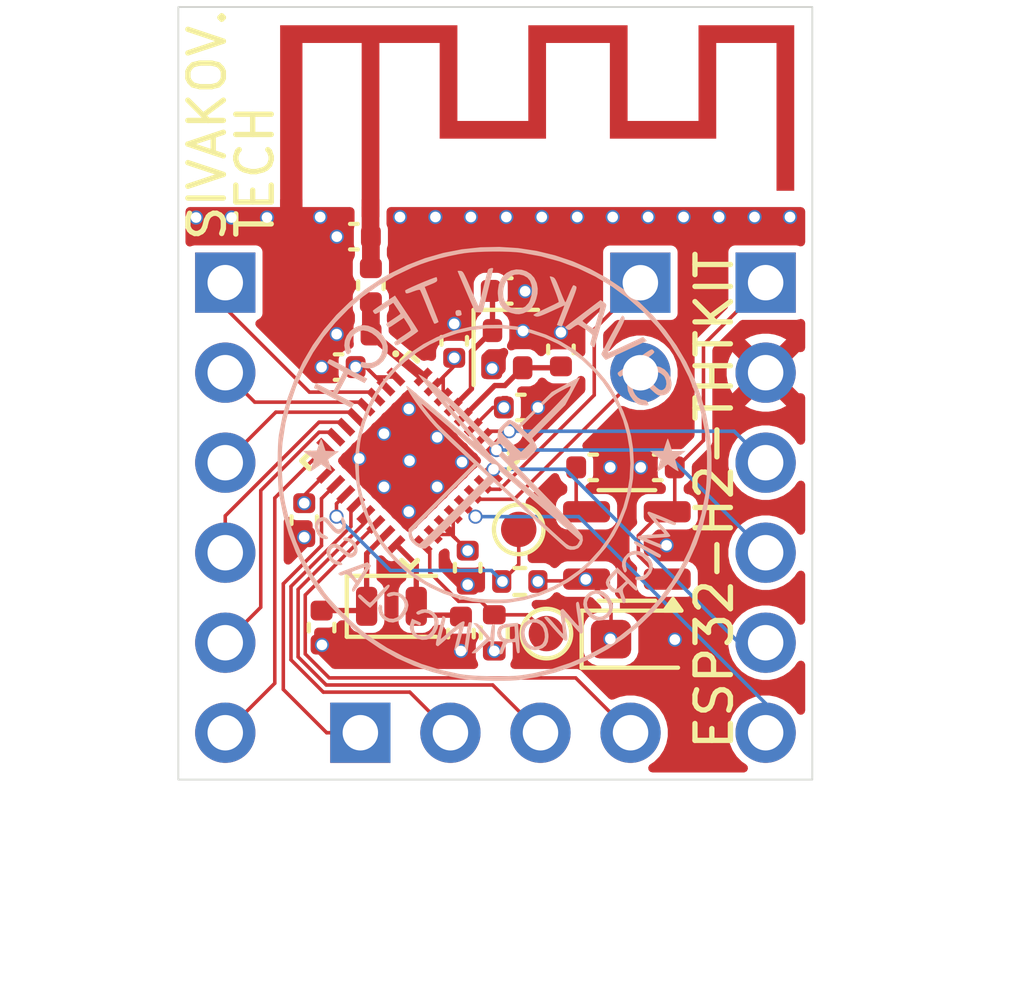
<source format=kicad_pcb>
(kicad_pcb (version 20241229) (generator "pcbnew") (generator_version "9.0")
  (title_block (title "ESP32-H2-THTKIT") (date "2025-05-29") (rev "1.0.1") (company "SIVAKOV.TECH"))
  (layers (0 "F.Cu" signal) (4 "In1.Cu" signal) (6 "In2.Cu" signal) (2 "B.Cu" signal) (13 "F.Paste" user) (15 "B.Paste" user) (5 "F.SilkS" user "F.Silkscreen") (7 "B.SilkS" user "B.Silkscreen") (1 "F.Mask" user) (3 "B.Mask" user) (25 "Edge.Cuts" user))
  (net 0 "")
  (net 1 "/RF")
  (net 2 "GND")
  (net 3 "Net-(AE1-FEED)")
  (net 4 "/BOOT")
  (net 5 "+3.3V")
  (net 6 "/GPIO0")
  (net 7 "/GPIO1")
  (net 8 "/MTMS")
  (net 9 "/MTDO")
  (net 10 "/MTCK")
  (net 11 "/MTDI")
  (net 12 "/GPIO8")
  (net 13 "/GPIO10")
  (net 14 "/GPIO11")
  (net 15 "/GPIO12")
  (net 16 "Net-(U1-BP)")
  (net 17 "/XTAL_32K_P")
  (net 18 "/RESET")
  (net 19 "/GPIO22")
  (net 20 "/XTAL_32K_N")
  (net 21 "/U0TXD")
  (net 22 "/GPIO25")
  (net 23 "/GPIO26")
  (net 24 "/GPIO27")
  (net 25 "/XTAL_N")
  (net 26 "/XTAL_P")
  (net 27 "/U0RXD")
  (net 28 "VIN")
  (footprint "Capacitor_SMD:C_0402_1005Metric" (layer "F.Cu") (at 173.55 104.34 90)
    (property "Reference" "C5" (hide yes))
    (property "Value" "100n 6.3V X7R" (hide yes))
    (pad "1" smd roundrect (at -0.48 0 90) (size 0.56 0.62) (layers "F.Cu" "F.Mask" "F.Paste") (net 2 "GND"))
    (pad "2" smd roundrect (at 0.48 0 90) (size 0.56 0.62) (layers "F.Cu" "F.Mask" "F.Paste") (net 5 "+3.3V"))
  )
  (footprint "PCM_SKC_Connector_PinHeader_2.54mm:PinHeader_1x06_P2.54mm_Vertical_NoSilk" (layer "F.Cu") (at 186.563 97.6376)
    (property "Reference" "J2" (hide yes))
    (property "Value" "PIN_GROUP_3" (hide yes))
    (pad "1" thru_hole rect (at 0 0) (size 1.7 1.7) (drill 1) (layers "*.Cu" "*.Mask") (net 28 "VIN"))
    (pad "2" thru_hole circle (at 0 2.54) (size 1.7 1.7) (drill 1) (layers "*.Cu" "*.Mask") (net 2 "GND"))
    (pad "3" thru_hole circle (at 0 5.08) (size 1.7 1.7) (drill 1) (layers "*.Cu" "*.Mask") (net 24 "/GPIO27"))
    (pad "4" thru_hole circle (at 0 7.62) (size 1.7 1.7) (drill 1) (layers "*.Cu" "*.Mask") (net 23 "/GPIO26"))
    (pad "5" thru_hole circle (at 0 10.16) (size 1.7 1.7) (drill 1) (layers "*.Cu" "*.Mask") (net 22 "/GPIO25"))
    (pad "6" thru_hole circle (at 0 12.7) (size 1.7 1.7) (drill 1) (layers "*.Cu" "*.Mask") (net 19 "/GPIO22"))
  )
  (footprint "Capacitor_SMD:C_0402_1005Metric" (layer "F.Cu") (at 179.290002 97.87)
    (property "Reference" "C11" (hide yes))
    (property "Value" "15p 6.3V C0G")
    (pad "1" smd roundrect (at -0.48 0) (size 0.56 0.62) (layers "F.Cu" "F.Mask" "F.Paste") (net 26 "/XTAL_P"))
    (pad "2" smd roundrect (at 0.48 0) (size 0.56 0.62) (layers "F.Cu" "F.Mask" "F.Paste") (net 2 "GND"))
  )
  (footprint "TestPoint:TestPoint_Pad_D1.0mm" (layer "F.Cu") (at 179.6 104.6)
    (property "Reference" "TP1" (hide yes))
    (property "Value" "TestPoint" (hide yes))
    (pad "1" smd circle (at 0 0) (size 1 1) (layers "F.Cu" "F.Mask") (net 4 "/BOOT"))
  )
  (footprint "Capacitor_SMD:C_0402_1005Metric" (layer "F.Cu") (at 174.04 107.37 90)
    (property "Reference" "C12" (hide yes))
    (property "Value" "25p 6.3V C0G")
    (pad "1" smd roundrect (at -0.48 0 90) (size 0.56 0.62) (layers "F.Cu" "F.Mask" "F.Paste") (net 2 "GND"))
    (pad "2" smd roundrect (at 0.48 0 90) (size 0.56 0.62) (layers "F.Cu" "F.Mask" "F.Paste") (net 17 "/XTAL_32K_P"))
  )
  (footprint "TestPoint:TestPoint_Pad_D1.0mm" (layer "F.Cu") (at 180.38 107.54)
    (property "Reference" "TP2" (hide yes))
    (property "Value" "TestPoint" (hide yes))
    (pad "1" smd circle (at 0 0) (size 1 1) (layers "F.Cu" "F.Mask") (net 18 "/RESET"))
  )
  (footprint "Capacitor_SMD:C_0402_1005Metric" (layer "F.Cu") (at 183.52 102.85)
    (property "Reference" "C1" (hide yes))
    (property "Value" "1m 6.3V X7R" (hide yes))
    (pad "1" smd roundrect (at -0.48 0) (size 0.56 0.62) (layers "F.Cu" "F.Mask" "F.Paste") (net 2 "GND"))
    (pad "2" smd roundrect (at 0.48 0) (size 0.56 0.62) (layers "F.Cu" "F.Mask" "F.Paste") (net 28 "VIN"))
  )
  (footprint "Capacitor_SMD:C_0402_1005Metric" (layer "F.Cu") (at 180.790002 99.52 -90)
    (property "Reference" "C14" (hide yes))
    (property "Value" "15p 6.3V C0G")
    (pad "1" smd roundrect (at -0.48 0 270) (size 0.56 0.62) (layers "F.Cu" "F.Mask" "F.Paste") (net 2 "GND"))
    (pad "2" smd roundrect (at 0.48 0 270) (size 0.56 0.62) (layers "F.Cu" "F.Mask" "F.Paste") (net 25 "/XTAL_N"))
  )
  (footprint "Inductor_SMD:L_0402_1005Metric" (layer "F.Cu") (at 174.95 99.09 180)
    (property "Reference" "L1" (hide yes))
    (property "Value" "3.9 nH" (hide yes))
    (pad "1" smd roundrect (at -0.485 0 180) (size 0.59 0.64) (layers "F.Cu" "F.Mask" "F.Paste") (net 1 "/RF"))
    (pad "2" smd roundrect (at 0.485 0 180) (size 0.59 0.64) (layers "F.Cu" "F.Mask" "F.Paste") (net 2 "GND"))
  )
  (footprint "PCM_SKC_Connector_PinHeader_2.54mm:PinHeader_1x02_P2.54mm_Vertical_NoSilk" (layer "F.Cu") (at 183.03 97.64)
    (property "Reference" "J4" (hide yes))
    (property "Value" "UART")
    (pad "1" thru_hole rect (at 0 0) (size 1.7 1.7) (drill 1) (layers "*.Cu" "*.Mask") (net 21 "/U0TXD"))
    (pad "2" thru_hole circle (at 0 2.54) (size 1.7 1.7) (drill 1) (layers "*.Cu" "*.Mask") (net 27 "/U0RXD"))
  )
  (footprint "Resistor_SMD:R_0402_1005Metric" (layer "F.Cu") (at 178.91 107.52 -90)
    (property "Reference" "R2" (hide yes))
    (property "Value" "10k" (hide yes))
    (pad "1" smd roundrect (at -0.51 0 270) (size 0.54 0.64) (layers "F.Cu" "F.Mask" "F.Paste") (net 18 "/RESET"))
    (pad "2" smd roundrect (at 0.51 0 270) (size 0.54 0.64) (layers "F.Cu" "F.Mask" "F.Paste") (net 5 "+3.3V"))
  )
  (footprint "Capacitor_SMD:C_0402_1005Metric" (layer "F.Cu") (at 174.52 100.02)
    (property "Reference" "C4" (hide yes))
    (property "Value" "100n 6.3V X7R" (hide yes))
    (pad "1" smd roundrect (at -0.48 0) (size 0.56 0.62) (layers "F.Cu" "F.Mask" "F.Paste") (net 2 "GND"))
    (pad "2" smd roundrect (at 0.48 0) (size 0.56 0.62) (layers "F.Cu" "F.Mask" "F.Paste") (net 5 "+3.3V"))
  )
  (footprint "PCM_SKC_Crystals:Crystal_SMD_1612-4Pin_1.6x1.2mm" (layer "F.Cu") (at 179.285001 99.515 -90)
    (property "Reference" "Y2" (hide yes))
    (property "Value" "32MHz ±10ppm CL8pF" (hide yes))
    (pad "1" smd roundrect (at -0.525 0.424999 270) (size 0.65 0.55) (layers "F.Cu" "F.Mask" "F.Paste") (roundrect_rratio 0.2545454545) (net 26 "/XTAL_P"))
    (pad "2" smd roundrect (at 0.525 0.424999 270) (size 0.65 0.55) (layers "F.Cu" "F.Mask" "F.Paste") (roundrect_rratio 0.2545454545) (net 2 "GND"))
    (pad "3" smd roundrect (at 0.525 -0.424999 270) (size 0.65 0.55) (layers "F.Cu" "F.Mask" "F.Paste") (roundrect_rratio 0.2545454545) (net 25 "/XTAL_N"))
    (pad "4" smd roundrect (at -0.525 -0.424999 270) (size 0.65 0.55) (layers "F.Cu" "F.Mask" "F.Paste") (roundrect_rratio 0.2545454545) (net 2 "GND"))
  )
  (footprint "Capacitor_SMD:C_0402_1005Metric" (layer "F.Cu") (at 175.43 97.71 -90)
    (property "Reference" "C7" (hide yes))
    (property "Value" "5.6p C0G")
    (pad "1" smd roundrect (at -0.48 0 270) (size 0.56 0.62) (layers "F.Cu" "F.Mask" "F.Paste") (net 3 "Net-(AE1-FEED)"))
    (pad "2" smd roundrect (at 0.48 0 270) (size 0.56 0.62) (layers "F.Cu" "F.Mask" "F.Paste") (net 1 "/RF"))
  )
  (footprint "Capacitor_SMD:C_0402_1005Metric" (layer "F.Cu") (at 179.66 101.16 180)
    (property "Reference" "C9" (hide yes))
    (property "Value" "100n 6.3V X7R" (hide yes))
    (pad "1" smd roundrect (at -0.48 0 180) (size 0.56 0.62) (layers "F.Cu" "F.Mask" "F.Paste") (net 2 "GND"))
    (pad "2" smd roundrect (at 0.48 0 180) (size 0.56 0.62) (layers "F.Cu" "F.Mask" "F.Paste") (net 5 "+3.3V"))
  )
  (footprint "Crystal:Crystal_SMD_2012-2Pin_2.0x1.2mm" (layer "F.Cu") (at 176.01 106.7706)
    (property "Reference" "Y1" (hide yes))
    (property "Value" "32.768kHz ±20ppm CL12.5pF" (hide yes))
    (pad "1" smd roundrect (at -0.7 0) (size 0.6 1.1) (layers "F.Cu" "F.Mask" "F.Paste") (net 17 "/XTAL_32K_P"))
    (pad "2" smd roundrect (at 0.7 0) (size 0.6 1.1) (layers "F.Cu" "F.Mask" "F.Paste") (net 20 "/XTAL_32K_N"))
  )
  (footprint "Capacitor_SMD:C_0402_1005Metric" (layer "F.Cu") (at 174.95 96.34)
    (property "Reference" "C8" (hide yes))
    (property "Value" "2.2p C0G")
    (pad "1" smd roundrect (at -0.48 0) (size 0.56 0.62) (layers "F.Cu" "F.Mask" "F.Paste") (net 2 "GND"))
    (pad "2" smd roundrect (at 0.48 0) (size 0.56 0.62) (layers "F.Cu" "F.Mask" "F.Paste") (net 3 "Net-(AE1-FEED)"))
  )
  (footprint "Capacitor_SMD:C_0402_1005Metric" (layer "F.Cu") (at 177.78 99.28 -90)
    (property "Reference" "C10" (hide yes))
    (property "Value" "100n 6.3V X7R" (hide yes))
    (pad "1" smd roundrect (at -0.48 0 270) (size 0.56 0.62) (layers "F.Cu" "F.Mask" "F.Paste") (net 2 "GND"))
    (pad "2" smd roundrect (at 0.48 0 270) (size 0.56 0.62) (layers "F.Cu" "F.Mask" "F.Paste") (net 5 "+3.3V"))
  )
  (footprint "PCM_SKC_Connector_PinHeader_2.54mm:PinHeader_1x04_P2.54mm_Vertical_NoSilk" (layer "F.Cu") (at 175.133 110.3376 90)
    (property "Reference" "J3" (hide yes))
    (property "Value" "PIN_GROUP_2" (hide yes))
    (pad "1" thru_hole rect (at 0 0 90) (size 1.7 1.7) (drill 1) (layers "*.Cu" "*.Mask") (net 12 "/GPIO8"))
    (pad "2" thru_hole circle (at 0 2.54 90) (size 1.7 1.7) (drill 1) (layers "*.Cu" "*.Mask") (net 13 "/GPIO10"))
    (pad "3" thru_hole circle (at 0 5.08 90) (size 1.7 1.7) (drill 1) (layers "*.Cu" "*.Mask") (net 14 "/GPIO11"))
    (pad "4" thru_hole circle (at 0 7.62 90) (size 1.7 1.7) (drill 1) (layers "*.Cu" "*.Mask") (net 15 "/GPIO12"))
  )
  (footprint "PCM_SKC_MCU_Espressif:TQFN_32_1EP_4x4mm_P0.4mm_EP2.4x2.4mm_Compact" (layer "F.Cu") (at 176.52 102.662799 -45)
    (property "Reference" "U2" (hide yes))
    (property "Value" "ESP32-H2" (hide yes))
    (pad "1" smd rect (at -1.9431 -1.4 45) (size 0.2032 0.5588) (layers "F.Cu" "F.Mask" "F.Paste") (net 5 "+3.3V"))
    (pad "2" smd rect (at -1.9431 -1.000001 45) (size 0.2032 0.5588) (layers "F.Cu" "F.Mask" "F.Paste") (net 5 "+3.3V"))
    (pad "3" smd rect (at -1.9431 -0.599999 45) (size 0.2032 0.5588) (layers "F.Cu" "F.Mask" "F.Paste") (net 6 "/GPIO0"))
    (pad "4" smd rect (at -1.9431 -0.2 45) (size 0.2032 0.5588) (layers "F.Cu" "F.Mask" "F.Paste") (net 7 "/GPIO1"))
    (pad "5" smd rect (at -1.9431 0.2 45) (size 0.2032 0.5588) (layers "F.Cu" "F.Mask" "F.Paste") (net 8 "/MTMS"))
    (pad "6" smd rect (at -1.9431 0.599999 45) (size 0.2032 0.5588) (layers "F.Cu" "F.Mask" "F.Paste") (net 9 "/MTDO"))
    (pad "7" smd rect (at -1.9431 1.000001 45) (size 0.2032 0.5588) (layers "F.Cu" "F.Mask" "F.Paste") (net 10 "/MTCK"))
    (pad "8" smd rect (at -1.9431 1.4 45) (size 0.2032 0.5588) (layers "F.Cu" "F.Mask" "F.Paste") (net 11 "/MTDI"))
    (pad "9" smd rect (at -1.4 1.9431 315) (size 0.2032 0.5588) (layers "F.Cu" "F.Mask" "F.Paste") (net 5 "+3.3V"))
    (pad "10" smd rect (at -1.000001 1.9431 315) (size 0.2032 0.5588) (layers "F.Cu" "F.Mask" "F.Paste") (net 12 "/GPIO8"))
    (pad "11" smd rect (at -0.599999 1.9431 315) (size 0.2032 0.5588) (layers "F.Cu" "F.Mask" "F.Paste") (net 4 "/BOOT"))
    (pad "12" smd rect (at -0.2 1.9431 315) (size 0.2032 0.5588) (layers "F.Cu" "F.Mask" "F.Paste") (net 13 "/GPIO10"))
    (pad "13" smd rect (at 0.2 1.9431 315) (size 0.2032 0.5588) (layers "F.Cu" "F.Mask" "F.Paste") (net 14 "/GPIO11"))
    (pad "14" smd rect (at 0.599999 1.9431 315) (size 0.2032 0.5588) (layers "F.Cu" "F.Mask" "F.Paste") (net 15 "/GPIO12"))
    (pad "15" smd rect (at 1.000001 1.9431 315) (size 0.2032 0.5588) (layers "F.Cu" "F.Mask" "F.Paste") (net 17 "/XTAL_32K_P"))
    (pad "16" smd rect (at 1.4 1.9431 315) (size 0.2032 0.5588) (layers "F.Cu" "F.Mask" "F.Paste") (net 20 "/XTAL_32K_N"))
    (pad "17" smd rect (at 1.9431 1.4 45) (size 0.2032 0.5588) (layers "F.Cu" "F.Mask" "F.Paste") (net 18 "/RESET"))
    (pad "18" smd rect (at 1.9431 1.000001 45) (size 0.2032 0.5588) (layers "F.Cu" "F.Mask" "F.Paste") (net 5 "+3.3V"))
    (pad "19" smd rect (at 1.9431 0.599999 45) (size 0.2032 0.5588) (layers "F.Cu" "F.Mask" "F.Paste") (net 5 "+3.3V"))
    (pad "20" smd rect (at 1.9431 0.2 45) (size 0.2032 0.5588) (layers "F.Cu" "F.Mask" "F.Paste") (net 5 "+3.3V"))
    (pad "21" smd rect (at 1.9431 -0.2 45) (size 0.2032 0.5588) (layers "F.Cu" "F.Mask" "F.Paste") (net 19 "/GPIO22"))
    (pad "22" smd rect (at 1.9431 -0.599999 45) (size 0.2032 0.5588) (layers "F.Cu" "F.Mask" "F.Paste") (net 27 "/U0RXD"))
    (pad "23" smd rect (at 1.9431 -1.000001 45) (size 0.2032 0.5588) (layers "F.Cu" "F.Mask" "F.Paste") (net 21 "/U0TXD"))
    (pad "24" smd rect (at 1.9431 -1.4 45) (size 0.2032 0.5588) (layers "F.Cu" "F.Mask" "F.Paste") (net 22 "/GPIO25"))
    (pad "25" smd rect (at 1.4 -1.9431 315) (size 0.2032 0.5588) (layers "F.Cu" "F.Mask" "F.Paste") (net 23 "/GPIO26"))
    (pad "26" smd rect (at 1.000001 -1.9431 315) (size 0.2032 0.5588) (layers "F.Cu" "F.Mask" "F.Paste") (net 24 "/GPIO27"))
    (pad "27" smd rect (at 0.599999 -1.9431 315) (size 0.2032 0.5588) (layers "F.Cu" "F.Mask" "F.Paste") (net 5 "+3.3V"))
    (pad "28" smd rect (at 0.2 -1.9431 315) (size 0.2032 0.5588) (layers "F.Cu" "F.Mask" "F.Paste") (net 25 "/XTAL_N"))
    (pad "29" smd rect (at -0.2 -1.9431 315) (size 0.2032 0.5588) (layers "F.Cu" "F.Mask" "F.Paste") (net 26 "/XTAL_P"))
    (pad "30" smd rect (at -0.599999 -1.9431 315) (size 0.2032 0.5588) (layers "F.Cu" "F.Mask" "F.Paste") (net 5 "+3.3V"))
    (pad "31" smd rect (at -1.000001 -1.9431 315) (size 0.2032 0.5588) (layers "F.Cu" "F.Mask" "F.Paste") (net 5 "+3.3V"))
    (pad "32" smd rect (at -1.4 -1.9431 315) (size 0.2032 0.5588) (layers "F.Cu" "F.Mask" "F.Paste") (net 1 "/RF"))
    (pad "33" smd rect (at 0 0 315) (size 2.8448 2.8448) (layers "F.Cu" "F.Mask" "F.Paste") (net 2 "GND"))
  )
  (footprint "Capacitor_SMD:C_0402_1005Metric" (layer "F.Cu") (at 178.16 105.68 90)
    (property "Reference" "C6" (hide yes))
    (property "Value" "100n 6.3V X7R" (hide yes))
    (pad "1" smd roundrect (at -0.48 0 90) (size 0.56 0.62) (layers "F.Cu" "F.Mask" "F.Paste") (net 2 "GND"))
    (pad "2" smd roundrect (at 0.48 0 90) (size 0.56 0.62) (layers "F.Cu" "F.Mask" "F.Paste") (net 5 "+3.3V"))
  )
  (footprint "Package_TO_SOT_SMD:SOT-23-5" (layer "F.Cu") (at 182.65 105.0525 180)
    (property "Reference" "U1" (hide yes))
    (property "Value" "MIC5219-3.3YM5" (hide yes))
    (pad "1" smd roundrect (at -1.1375 -0.95 180) (size 1.325 0.6) (layers "F.Cu" "F.Mask" "F.Paste") (net 28 "VIN"))
    (pad "2" smd roundrect (at -1.1375 0 180) (size 1.325 0.6) (layers "F.Cu" "F.Mask" "F.Paste") (net 2 "GND"))
    (pad "3" smd roundrect (at -1.1375 0.95 180) (size 1.325 0.6) (layers "F.Cu" "F.Mask" "F.Paste") (net 28 "VIN"))
    (pad "4" smd roundrect (at 1.1375 0.95 180) (size 1.325 0.6) (layers "F.Cu" "F.Mask" "F.Paste") (net 16 "Net-(U1-BP)"))
    (pad "5" smd roundrect (at 1.1375 -0.95 180) (size 1.325 0.6) (layers "F.Cu" "F.Mask" "F.Paste") (net 5 "+3.3V"))
  )
  (footprint "Resistor_SMD:R_0402_1005Metric" (layer "F.Cu") (at 179.63 106.07)
    (property "Reference" "R1" (hide yes))
    (property "Value" "10k" (hide yes))
    (pad "1" smd roundrect (at -0.51 0) (size 0.54 0.64) (layers "F.Cu" "F.Mask" "F.Paste") (net 4 "/BOOT"))
    (pad "2" smd roundrect (at 0.51 0) (size 0.54 0.64) (layers "F.Cu" "F.Mask" "F.Paste") (net 5 "+3.3V"))
  )
  (footprint "PCM_SKC_Connector_PinHeader_2.54mm:PinHeader_1x06_P2.54mm_Vertical_NoSilk" (layer "F.Cu") (at 171.323 97.6376)
    (property "Reference" "J1" (hide yes))
    (property "Value" "PIN_GROUP_1" (hide yes))
    (pad "1" thru_hole rect (at 0 0) (size 1.7 1.7) (drill 1) (layers "*.Cu" "*.Mask") (net 6 "/GPIO0"))
    (pad "2" thru_hole circle (at 0 2.54) (size 1.7 1.7) (drill 1) (layers "*.Cu" "*.Mask") (net 7 "/GPIO1"))
    (pad "3" thru_hole circle (at 0 5.08) (size 1.7 1.7) (drill 1) (layers "*.Cu" "*.Mask") (net 8 "/MTMS"))
    (pad "4" thru_hole circle (at 0 7.62) (size 1.7 1.7) (drill 1) (layers "*.Cu" "*.Mask") (net 9 "/MTDO"))
    (pad "5" thru_hole circle (at 0 10.16) (size 1.7 1.7) (drill 1) (layers "*.Cu" "*.Mask") (net 10 "/MTCK"))
    (pad "6" thru_hole circle (at 0 12.7) (size 1.7 1.7) (drill 1) (layers "*.Cu" "*.Mask") (net 11 "/MTDI"))
  )
  (footprint "PCM_SKC_Antennas_SMD:Antenna_PCB_Espressif_2.4GHz_Right" (layer "F.Cu") (at 180.12 92.675)
    (property "Reference" "AE1" (hide yes))
    (property "Value" "Antenna_Chip")
    (fp_poly (pts (xy -2.25 0.4) (xy -0.25 0.4) (xy -0.25 -2.3) (xy 2.55 -2.3) (xy 2.55 0.4) (xy 4.55 0.4) (xy 4.55 -2.3) (xy 7.25 -2.3) (xy 7.25 2.37) (xy 6.75 2.37) (xy 6.75 -1.8) (xy 5.05 -1.8) (xy 5.05 0.9) (xy 2.05 0.9) (xy 2.05 -1.8) (xy 0.25 -1.8) (xy 0.25 0.9) (xy -2.75 0.9) (xy -2.75 -1.8) (xy -4.45 -1.8) (xy -4.45 3.11) (xy -4.95 3.11) (xy -4.95 -1.8) (xy -6.62 -1.8) (xy -6.62 3.11) (xy -7.25 3.11) (xy -7.25 2.856785) (xy -6.947583 2.856785) (xy -6.937742 2.904395) (xy -6.913674 2.946797) (xy -6.875731 2.979581) (xy -6.867819 2.983935) (xy -6.825156 2.996043) (xy -6.776637 2.9953) (xy -6.731122 2.9824) (xy -6.712511 2.971787) (xy -6.678868 2.936553) (xy -6.658309 2.891368) (xy -6.651778 2.841842) (xy -6.660218 2.793583) (xy -6.677112 2.761357) (xy -6.712372 2.728687) (xy -6.757682 2.708592) (xy -6.807267 2.702018) (xy -6.855353 2.709908) (xy -6.888245 2.726814) (xy -6.923185 2.763584) (xy -6.942847 2.808378) (xy -6.947583 2.856785) (xy -7.25 2.878392) (xy -7.25 -2.3) (xy -2.25 -2.3) (xy -2.25 0.34)) (fill yes) (layer "F.Cu"))
    (pad "1" connect rect (at -4.7 2.86) (size 0.5 0.5) (layers "F.Cu") (net 3 "Net-(AE1-FEED)"))
    (pad "2" smd rect (at -6.935 2.86) (size 0.63 0.5) (layers "F.Cu" "F.Mask") (net 2 "GND"))
  )
  (footprint "Capacitor_SMD:C_0402_1005Metric" (layer "F.Cu") (at 181.7 102.85 180)
    (property "Reference" "C2" (hide yes))
    (property "Value" "470p 6.3V X7R")
    (pad "1" smd roundrect (at -0.48 0 180) (size 0.56 0.62) (layers "F.Cu" "F.Mask" "F.Paste") (net 2 "GND"))
    (pad "2" smd roundrect (at 0.48 0 180) (size 0.56 0.62) (layers "F.Cu" "F.Mask" "F.Paste") (net 16 "Net-(U1-BP)"))
  )
  (footprint "Capacitor_SMD:C_0402_1005Metric" (layer "F.Cu") (at 177.97 107.54 90)
    (property "Reference" "C13" (hide yes))
    (property "Value" "25p 6.3V C0G")
    (pad "1" smd roundrect (at -0.48 0 90) (size 0.56 0.62) (layers "F.Cu" "F.Mask" "F.Paste") (net 2 "GND"))
    (pad "2" smd roundrect (at 0.48 0 90) (size 0.56 0.62) (layers "F.Cu" "F.Mask" "F.Paste") (net 20 "/XTAL_32K_N"))
  )
  (footprint "Capacitor_Tantalum_SMD:CP_EIA-2012-12_Kemet-R" (layer "F.Cu") (at 183.0925 107.6975)
    (property "Reference" "C3" (hide yes))
    (property "Value" "2.2m 6.3V TANT" (hide yes))
    (pad "1" smd roundrect (at -0.89 0) (size 1.14 1.09) (layers "F.Cu" "F.Mask" "F.Paste") (roundrect_rratio 0.229358) (net 5 "+3.3V"))
    (pad "2" smd roundrect (at 0.89 0) (size 1.14 1.09) (layers "F.Cu" "F.Mask" "F.Paste") (roundrect_rratio 0.229358) (net 2 "GND"))
  )
  (footprint "SIVAKOV.TECH:SIVAKOV_TECH_Circle_Medium_D13.22_1" (layer "B.Cu") (at 178.906668 102.762827 180)
    (property "Reference" "REF**" (hide yes))
    (property "Value" "SIVAKOV_TECH_Circle_Medium_D13.22_1" (hide yes))
  )
  (gr_line (start 176.9 100.3) (end 175.43 99.08) (stroke (width 0.27)) (layer "F.Cu") (net 1))
  (gr_rect (start 170 89.86) (end 187.88 111.66) (stroke (width 0.05)) (fill no) (layer "Edge.Cuts"))
  (gr_text "TECH" (at 172.75 96.46 90) (layer "F.SilkS") (effects (font (size 1 1)) (justify left bottom)))
  (gr_text "SIVAKOV." (at 171.4 96.54 90) (layer "F.SilkS") (effects (font (size 1 1)) (justify left bottom)))
  (gr_text "ESP32-H2-THTKIT" (at 185.7 110.89 90) (layer "F.SilkS") (effects (font (size 1 1)) (justify left bottom)))
  (segment (start 175.43 99.085) (end 175.435 99.09) (width 0.1) (layer "F.Cu") (net 1))
  (segment (start 175.43 98.19) (end 175.43 99.085) (width 0.5) (layer "F.Cu") (net 1))
  (via (at 183.04 102.85) (size 0.4) (drill 0.3) (layers "F.Cu" "B.Cu") (net 2))
  (via (at 172.5 95.8) (size 0.4) (drill 0.3) (layers "F.Cu" "B.Cu") (net 2))
  (via (at 180.14 101.16) (size 0.4) (drill 0.3) (layers "F.Cu" "B.Cu") (net 2))
  (via (at 175.8 101.9) (size 0.4) (drill 0.3) (layers "F.Cu" "B.Cu") (net 2))
  (via (at 182.18 102.85) (size 0.4) (drill 0.3) (layers "F.Cu" "B.Cu") (net 2))
  (via (at 179.25 95.785) (size 0.4) (drill 0.3) (layers "F.Cu" "B.Cu") (net 2))
  (via (at 180.25 95.785) (size 0.4) (drill 0.3) (layers "F.Cu" "B.Cu") (net 2))
  (via (at 175.1 102.6) (size 0.4) (drill 0.3) (layers "F.Cu" "B.Cu") (net 2))
  (via (at 174.05 107.86) (size 0.4) (drill 0.3) (layers "F.Cu" "B.Cu") (net 2))
  (via (at 178 102.7) (size 0.4) (drill 0.3) (layers "F.Cu" "B.Cu") (net 2))
  (via (at 184.25 95.785) (size 0.4) (drill 0.3) (layers "F.Cu" "B.Cu") (net 2))
  (via (at 177.78 98.8) (size 0.4) (drill 0.3) (layers "F.Cu" "B.Cu") (net 2))
  (via (at 177.3 103.4) (size 0.4) (drill 0.3) (layers "F.Cu" "B.Cu") (net 2))
  (via (at 176.25 95.785) (size 0.4) (drill 0.3) (layers "F.Cu" "B.Cu") (net 2))
  (via (at 171.5 95.8) (size 0.4) (drill 0.3) (layers "F.Cu" "B.Cu") (net 2))
  (via (at 174.465 99.09) (size 0.4) (drill 0.3) (layers "F.Cu" "B.Cu") (net 2))
  (via (at 176.52 102.662799) (size 0.4) (drill 0.3) (layers "F.Cu" "B.Cu") (net 2))
  (via (at 183.25 95.785) (size 0.4) (drill 0.3) (layers "F.Cu" "B.Cu") (net 2))
  (via (at 175.8 103.4) (size 0.4) (drill 0.3) (layers "F.Cu" "B.Cu") (net 2))
  (via (at 174 95.785) (size 0.4) (drill 0.3) (layers "F.Cu" "B.Cu") (net 2))
  (via (at 180.790002 99.04) (size 0.4) (drill 0.3) (layers "F.Cu" "B.Cu") (net 2))
  (via (at 185.25 95.785) (size 0.4) (drill 0.3) (layers "F.Cu" "B.Cu") (net 2))
  (via (at 174.47 96.34) (size 0.4) (drill 0.3) (layers "F.Cu" "B.Cu") (net 2))
  (via (at 177.25 95.785) (size 0.4) (drill 0.3) (layers "F.Cu" "B.Cu") (net 2))
  (via (at 186.25 95.785) (size 0.4) (drill 0.3) (layers "F.Cu" "B.Cu") (net 2))
  (via (at 178.25 95.785) (size 0.4) (drill 0.3) (layers "F.Cu" "B.Cu") (net 2))
  (via (at 178.850002 100.06) (size 0.4) (drill 0.3) (layers "F.Cu" "B.Cu") (net 2))
  (via (at 177.3 102) (size 0.4) (drill 0.3) (layers "F.Cu" "B.Cu") (net 2))
  (via (at 177.97 108.03) (size 0.4) (drill 0.3) (layers "F.Cu" "B.Cu") (net 2))
  (via (at 181.25 95.785) (size 0.4) (drill 0.3) (layers "F.Cu" "B.Cu") (net 2))
  (via (at 170.5 95.8) (size 0.4) (drill 0.3) (layers "F.Cu" "B.Cu") (net 2))
  (via (at 178.16 106.16) (size 0.4) (drill 0.3) (layers "F.Cu" "B.Cu") (net 2))
  (via (at 176.5 101.2) (size 0.4) (drill 0.3) (layers "F.Cu" "B.Cu") (net 2))
  (via (at 183.77 105.05) (size 0.4) (drill 0.3) (layers "F.Cu" "B.Cu") (net 2))
  (via (at 173.55 104.82) (size 0.4) (drill 0.3) (layers "F.Cu" "B.Cu") (net 2))
  (via (at 187.25 95.785) (size 0.4) (drill 0.3) (layers "F.Cu" "B.Cu") (net 2))
  (via (at 179.78 97.88) (size 0.4) (drill 0.3) (layers "F.Cu" "B.Cu") (net 2))
  (via (at 174.04 100.02) (size 0.4) (drill 0.3) (layers "F.Cu" "B.Cu") (net 2))
  (via (at 182.25 95.785) (size 0.4) (drill 0.3) (layers "F.Cu" "B.Cu") (net 2))
  (via (at 184.0025 107.71) (size 0.4) (drill 0.3) (layers "F.Cu" "B.Cu") (net 2))
  (via (at 176.5 104.1) (size 0.4) (drill 0.3) (layers "F.Cu" "B.Cu") (net 2))
  (via (at 179.720002 99) (size 0.4) (drill 0.3) (layers "F.Cu" "B.Cu") (net 2))
  (segment (start 175.43 96.34) (end 175.43 97.23) (width 0.5) (layer "F.Cu") (net 3))
  (segment (start 175.5152 95.5372) (end 175.513 95.535) (width 0.1) (layer "F.Cu") (net 3))
  (segment (start 175.42 96.33) (end 175.43 96.34) (width 0.1) (layer "F.Cu") (net 3))
  (segment (start 175.52 96.2246) (end 175.5124 96.217) (width 0.1) (layer "F.Cu") (net 3))
  (segment (start 175.42 95.535) (end 175.42 96.33) (width 0.5) (layer "F.Cu") (net 3))
  (segment (start 175.5124 95.5356) (end 175.513 95.535) (width 0.1) (layer "F.Cu") (net 3))
  (segment (start 179.6 105.59) (end 179.12 106.07) (width 0.1) (layer "F.Cu") (net 4))
  (segment (start 179.6 104.6) (end 179.6 105.59) (width 0.1) (layer "F.Cu") (net 4))
  (segment (start 174.721757 103.612515) (end 174.46 103.874272) (width 0.1) (layer "F.Cu") (net 4))
  (segment (start 174.46 103.874272) (end 174.46 104.24) (width 0.1) (layer "F.Cu") (net 4))
  (via (at 174.46 104.24) (size 0.4) (drill 0.3) (layers "F.Cu" "B.Cu") (net 4))
  (via (at 179.14 106.07) (size 0.4) (drill 0.3) (layers "F.Cu" "B.Cu") (net 4))
  (segment (start 174.46 104.24) (end 175.979 105.759) (width 0.1) (layer "B.Cu") (net 4))
  (segment (start 179.14 105.988) (end 179.14 106.07) (width 0.1) (layer "B.Cu") (net 4))
  (segment (start 178.829 105.759) (end 179.14 106.07) (width 0.1) (layer "B.Cu") (net 4))
  (segment (start 175.979 105.759) (end 178.829 105.759) (width 0.1) (layer "B.Cu") (net 4))
  (segment (start 181.62 106.14) (end 181.49 106.01) (width 0.1) (layer "F.Cu") (net 5))
  (segment (start 177.469716 104.461042) (end 177.5436 104.461042) (width 0.1) (layer "F.Cu") (net 5))
  (segment (start 177.752558 104.67) (end 177.752558 104.792558) (width 0.1) (layer "F.Cu") (net 5))
  (segment (start 177.469716 104.461042) (end 177.469716 104.509716) (width 0.1) (layer "F.Cu") (net 5))
  (segment (start 177.815 104.855) (end 178.16 105.2) (width 0.1) (layer "F.Cu") (net 5))
  (segment (start 180.1775 106.0525) (end 180.16 106.07) (width 0.1) (layer "F.Cu") (net 5))
  (segment (start 175.853128 100.581712) (end 175.291416 100.02) (width 0.1) (layer "F.Cu") (net 5))
  (segment (start 174.143171 103.046829) (end 174.156071 103.046829) (width 0.1) (layer "F.Cu") (net 5))
  (segment (start 177.186872 104.743886) (end 177.703886 104.743886) (width 0.1) (layer "F.Cu") (net 5))
  (segment (start 173.55 103.86) (end 173.55 103.64) (width 0.1) (layer "F.Cu") (net 5))
  (segment (start 182.2025 107.6975) (end 182.2025 106.6925) (width 0.1) (layer "F.Cu") (net 5))
  (segment (start 181.41 106.09) (end 181.49 106.01) (width 0.1) (layer "F.Cu") (net 5))
  (segment (start 179.27 100.882799) (end 179.148527 100.882799) (width 0.1) (layer "F.Cu") (net 5))
  (segment (start 175.570286 100.29887) (end 175.291416 100.02) (width 0.1) (layer "F.Cu") (net 5))
  (segment (start 177.5436 104.461042) (end 177.752558 104.67) (width 0.1) (layer "F.Cu") (net 5))
  (segment (start 177.734292 100.034292) (end 177.78 99.988584) (width 0.1) (layer "F.Cu") (net 5))
  (segment (start 177.78 99.988584) (end 177.78 99.76) (width 0.1) (layer "F.Cu") (net 5))
  (segment (start 177.469716 104.509716) (end 177.76 104.8) (width 0.1) (layer "F.Cu") (net 5))
  (segment (start 177.703886 104.743886) (end 177.76 104.8) (width 0.1) (layer "F.Cu") (net 5))
  (segment (start 175.291416 100.02) (end 175 100.02) (width 0.1) (layer "F.Cu") (net 5))
  (segment (start 177.186872 100.581712) (end 177.734292 100.034292) (width 0.1) (layer "F.Cu") (net 5))
  (segment (start 173.55 103.64) (end 174.143171 103.046829) (width 0.1) (layer "F.Cu") (net 5))
  (segment (start 177.752558 104.792558) (end 177.815 104.855) (width 0.1) (layer "F.Cu") (net 5))
  (segment (start 177.469716 100.864556) (end 177.469716 100.298868) (width 0.1) (layer "F.Cu") (net 5))
  (segment (start 182.2025 106.6925) (end 181.5125 106.0025) (width 0.1) (layer "F.Cu") (net 5))
  (segment (start 177.76 104.8) (end 177.815 104.855) (width 0.1) (layer "F.Cu") (net 5))
  (segment (start 178.871326 101.16) (end 179.18 101.16) (width 0.1) (layer "F.Cu") (net 5))
  (segment (start 176.13597 100.29887) (end 175.570286 100.29887) (width 0.1) (layer "F.Cu") (net 5))
  (segment (start 181.6025 106.0525) (end 180.1775 106.0525) (width 0.1) (layer "F.Cu") (net 5))
  (segment (start 178.318243 101.713083) (end 178.871326 101.16) (width 0.1) (layer "F.Cu") (net 5))
  (segment (start 177.752558 104.1782) (end 177.752558 104.67) (width 0.1) (layer "F.Cu") (net 5))
  (segment (start 177.186872 100.581712) (end 177.186872 100.553128) (width 0.1) (layer "F.Cu") (net 5))
  (segment (start 177.469716 100.298868) (end 177.734292 100.034292) (width 0.1) (layer "F.Cu") (net 5))
  (via (at 178.16 105.2) (size 0.4) (drill 0.3) (layers "F.Cu" "B.Cu") (net 5))
  (via (at 178.91 108.03) (size 0.4) (drill 0.3) (layers "F.Cu" "B.Cu") (net 5))
  (via (at 180.14 106.07) (size 0.4) (drill 0.3) (layers "F.Cu" "B.Cu") (net 5))
  (via (at 179.18 101.16) (size 0.4) (drill 0.3) (layers "F.Cu" "B.Cu") (net 5))
  (via (at 177.78 99.76) (size 0.4) (drill 0.3) (layers "F.Cu" "B.Cu") (net 5))
  (via (at 182.1825 107.69) (size 0.4) (drill 0.3) (layers "F.Cu" "B.Cu") (net 5))
  (via (at 173.55 103.86) (size 0.4) (drill 0.3) (layers "F.Cu" "B.Cu") (net 5))
  (via (at 175 100.02) (size 0.4) (drill 0.3) (layers "F.Cu" "B.Cu") (net 5))
  (via (at 181.49 106.01) (size 0.4) (drill 0.3) (layers "F.Cu" "B.Cu") (net 5))
  (segment (start 171.323 98.353) (end 171.323 97.6376) (width 0.1) (layer "F.Cu") (net 6))
  (segment (start 175.570284 100.864556) (end 175.432718 100.72699) (width 0.1) (layer "F.Cu") (net 6))
  (segment (start 175.432718 100.72699) (end 173.69699 100.72699) (width 0.1) (layer "F.Cu") (net 6))
  (segment (start 173.69699 100.72699) (end 171.323 98.353) (width 0.1) (layer "F.Cu") (net 6))
  (segment (start 175.149877 101.009833) (end 172.155233 101.009833) (width 0.1) (layer "F.Cu") (net 7))
  (segment (start 175.287442 101.147398) (end 175.149877 101.009833) (width 0.1) (layer "F.Cu") (net 7))
  (segment (start 172.155233 101.009833) (end 171.323 100.1776) (width 0.1) (layer "F.Cu") (net 7))
  (segment (start 172.747925 101.292675) (end 171.323 102.7176) (width 0.1) (layer "F.Cu") (net 8))
  (segment (start 175.004599 101.430241) (end 174.867033 101.292675) (width 0.1) (layer "F.Cu") (net 8))
  (segment (start 174.867033 101.292675) (end 172.747925 101.292675) (width 0.1) (layer "F.Cu") (net 8))
  (segment (start 171.323 104.218905) (end 171.323 105.2576) (width 0.1) (layer "F.Cu") (net 9))
  (segment (start 174.584193 101.575519) (end 173.966386 101.575519) (width 0.1) (layer "F.Cu") (net 9))
  (segment (start 174.721757 101.713083) (end 174.584193 101.575519) (width 0.1) (layer "F.Cu") (net 9))
  (segment (start 173.966386 101.575519) (end 171.323 104.218905) (width 0.1) (layer "F.Cu") (net 9))
  (segment (start 174.301347 101.858361) (end 173.967801 101.858361) (width 0.1) (layer "F.Cu") (net 10))
  (segment (start 172.324 103.502162) (end 172.324 106.7966) (width 0.1) (layer "F.Cu") (net 10))
  (segment (start 174.438913 101.995927) (end 174.301347 101.858361) (width 0.1) (layer "F.Cu") (net 10))
  (segment (start 172.324 106.7966) (end 171.323 107.7976) (width 0.1) (layer "F.Cu") (net 10))
  (segment (start 173.967801 101.858361) (end 172.324 103.502162) (width 0.1) (layer "F.Cu") (net 10))
  (segment (start 174.156071 102.278769) (end 172.72 103.71484) (width 0.1) (layer "F.Cu") (net 11))
  (segment (start 172.72 103.71484) (end 172.72 108.9406) (width 0.1) (layer "F.Cu") (net 11))
  (segment (start 172.72 108.9406) (end 171.323 110.3376) (width 0.1) (layer "F.Cu") (net 11))
  (segment (start 175.133 110.3376) (end 174.183 110.3376) (width 0.1) (layer "F.Cu") (net 12))
  (segment (start 172.96 109.1146) (end 172.96 106.135416) (width 0.1) (layer "F.Cu") (net 12))
  (segment (start 174.037 103.731584) (end 174.438913 103.329671) (width 0.1) (layer "F.Cu") (net 12))
  (segment (start 174.037 105.058416) (end 174.037 103.731584) (width 0.1) (layer "F.Cu") (net 12))
  (segment (start 174.183 110.3376) (end 172.96 109.1146) (width 0.1) (layer "F.Cu") (net 12))
  (segment (start 172.96 106.135416) (end 174.037 105.058416) (width 0.1) (layer "F.Cu") (net 12))
  (segment (start 177.673 110.3376) (end 176.5274 109.192) (width 0.1) (layer "F.Cu") (net 13))
  (segment (start 174.867034 104.51871) (end 174.867034 104.032922) (width 0.1) (layer "F.Cu") (net 13))
  (segment (start 173.177 108.280929) (end 173.177 106.208744) (width 0.1) (layer "F.Cu") (net 13))
  (segment (start 176.5274 109.192) (end 174.08807 109.192) (width 0.1) (layer "F.Cu") (net 13))
  (segment (start 174.867034 104.032922) (end 175.004599 103.895357) (width 0.1) (layer "F.Cu") (net 13))
  (segment (start 173.177 106.208744) (end 174.867034 104.51871) (width 0.1) (layer "F.Cu") (net 13))
  (segment (start 174.08807 109.192) (end 173.177 108.280929) (width 0.1) (layer "F.Cu") (net 13))
  (segment (start 180.213 110.3376) (end 178.8664 108.991) (width 0.1) (layer "F.Cu") (net 14))
  (segment (start 174.171327 108.991) (end 173.378 108.197672) (width 0.1) (layer "F.Cu") (net 14))
  (segment (start 173.378 108.197672) (end 173.378 106.292) (width 0.1) (layer "F.Cu") (net 14))
  (segment (start 175.287442 104.382558) (end 175.287442 104.1782) (width 0.1) (layer "F.Cu") (net 14))
  (segment (start 173.378 106.292) (end 175.287442 104.382558) (width 0.1) (layer "F.Cu") (net 14))
  (segment (start 178.8664 108.991) (end 174.171327 108.991) (width 0.1) (layer "F.Cu") (net 14))
  (segment (start 181.2054 108.79) (end 174.254584 108.79) (width 0.1) (layer "F.Cu") (net 15))
  (segment (start 182.753 110.3376) (end 181.2054 108.79) (width 0.1) (layer "F.Cu") (net 15))
  (segment (start 173.579 106.452326) (end 175.570284 104.461042) (width 0.1) (layer "F.Cu") (net 15))
  (segment (start 173.579 108.114416) (end 173.579 106.452326) (width 0.1) (layer "F.Cu") (net 15))
  (segment (start 174.254584 108.79) (end 173.579 108.114416) (width 0.1) (layer "F.Cu") (net 15))
  (segment (start 181.59 104.14) (end 181.6025 104.1525) (width 0.1) (layer "F.Cu") (net 16))
  (segment (start 181.22 103.81) (end 181.5125 104.1025) (width 0.1) (layer "F.Cu") (net 16))
  (segment (start 181.22 102.85) (end 181.22 103.81) (width 0.1) (layer "F.Cu") (net 16))
  (segment (start 175.1906 106.89) (end 175.31 106.7706) (width 0.15) (layer "F.Cu") (net 17))
  (segment (start 175.853128 104.743886) (end 175.31 105.287014) (width 0.15) (layer "F.Cu") (net 17))
  (segment (start 174.04 106.89) (end 175.1906 106.89) (width 0.15) (layer "F.Cu") (net 17))
  (segment (start 175.31 105.287014) (end 175.31 106.7706) (width 0.15) (layer "F.Cu") (net 17))
  (segment (start 177.903584 106.629) (end 177.09 105.815416) (width 0.1) (layer "F.Cu") (net 18))
  (segment (start 178.91 107.01) (end 179.85 107.01) (width 0.1) (layer "F.Cu") (net 18))
  (segment (start 179.85 107.01) (end 180.38 107.54) (width 0.1) (layer "F.Cu") (net 18))
  (segment (start 177.09 105.212698) (end 176.90403 105.026728) (width 0.1) (layer "F.Cu") (net 18))
  (segment (start 178.529 106.629) (end 177.903584 106.629) (width 0.1) (layer "F.Cu") (net 18))
  (segment (start 178.91 107.01) (end 178.529 106.629) (width 0.1) (layer "F.Cu") (net 18))
  (segment (start 177.09 105.815416) (end 177.09 105.212698) (width 0.1) (layer "F.Cu") (net 18))
  (segment (start 178.23 104.09) (end 178.23 104.089956) (width 0.1) (layer "F.Cu") (net 19))
  (segment (start 178.38 104.24) (end 178.23 104.09) (width 0.1) (layer "F.Cu") (net 19))
  (segment (start 178.23 104.089956) (end 178.035401 103.895357) (width 0.1) (layer "F.Cu") (net 19))
  (segment (start 178.035401 103.895357) (end 178.035401 103.895401) (width 0.1) (layer "F.Cu") (net 19))
  (via (at 178.38 104.24) (size 0.4) (drill 0.3) (layers "F.Cu" "B.Cu") (net 19))
  (segment (start 186.563 109.513) (end 181.29 104.24) (width 0.1) (layer "B.Cu") (net 19))
  (segment (start 181.29 104.24) (end 178.38 104.24) (width 0.1) (layer "B.Cu") (net 19))
  (segment (start 186.563 110.3376) (end 186.563 109.513) (width 0.1) (layer "B.Cu") (net 19))
  (segment (start 176.71 106.7706) (end 176.71 105.600758) (width 0.15) (layer "F.Cu") (net 20))
  (segment (start 176.71 105.600758) (end 176.13597 105.026728) (width 0.15) (layer "F.Cu") (net 20))
  (segment (start 176.9594 107.02) (end 176.71 106.7706) (width 0.15) (layer "F.Cu") (net 20))
  (segment (start 176.66 106.984642) (end 176.874042 106.7706) (width 0.15) (layer "F.Cu") (net 20))
  (segment (start 177.97 107.02) (end 176.9594 107.02) (width 0.15) (layer "F.Cu") (net 20))
  (segment (start 178.601087 103.329671) (end 178.738653 103.467237) (width 0.1) (layer "F.Cu") (net 21))
  (segment (start 178.738653 103.467237) (end 179.072199 103.467237) (width 0.1) (layer "F.Cu") (net 21))
  (segment (start 181.73 98.955) (end 183.03 97.655) (width 0.1) (layer "F.Cu") (net 21))
  (segment (start 179.072199 103.467237) (end 181.73 100.809436) (width 0.1) (layer "F.Cu") (net 21))
  (segment (start 181.73 100.809436) (end 181.73 98.955) (width 0.1) (layer "F.Cu") (net 21))
  (segment (start 178.601087 103.329671) (end 178.601087 103.331087) (width 0.1) (layer "F.Cu") (net 21))
  (segment (start 178.883929 103.046829) (end 178.883929 102.906046) (width 0.1) (layer "F.Cu") (net 22))
  (segment (start 178.883929 103.046829) (end 178.886829 103.046829) (width 0.1) (layer "F.Cu") (net 22))
  (segment (start 178.883929 102.906046) (end 178.886368 102.903607) (width 0.1) (layer "F.Cu") (net 22))
  (via (at 178.886368 102.903607) (size 0.4) (drill 0.3) (layers "F.Cu" "B.Cu") (net 22))
  (segment (start 180.913607 102.903607) (end 185.8076 107.7976) (width 0.1) (layer "B.Cu") (net 22))
  (segment (start 178.886368 102.903607) (end 180.913607 102.903607) (width 0.1) (layer "B.Cu") (net 22))
  (segment (start 185.8076 107.7976) (end 186.563 107.7976) (width 0.1) (layer "B.Cu") (net 22))
  (segment (start 178.883929 102.278769) (end 178.888769 102.278769) (width 0.1) (layer "F.Cu") (net 23))
  (segment (start 178.97 102.36) (end 179.051231 102.278769) (width 0.1) (layer "F.Cu") (net 23))
  (segment (start 178.888769 102.278769) (end 178.97 102.36) (width 0.1) (layer "F.Cu") (net 23))
  (via (at 178.97 102.36) (size 0.4) (drill 0.3) (layers "F.Cu" "B.Cu") (net 23))
  (segment (start 186.563 105.2576) (end 183.6654 102.36) (width 0.1) (layer "B.Cu") (net 23))
  (segment (start 183.6654 102.36) (end 178.97 102.36) (width 0.1) (layer "B.Cu") (net 23))
  (segment (start 179.33 101.83) (end 178.767014 101.83) (width 0.1) (layer "F.Cu") (net 24))
  (segment (start 178.767014 101.83) (end 178.601087 101.995927) (width 0.1) (layer "F.Cu") (net 24))
  (via (at 179.33 101.83) (size 0.4) (drill 0.3) (layers "F.Cu" "B.Cu") (net 24))
  (segment (start 186.563 102.7176) (end 185.6754 101.83) (width 0.1) (layer "B.Cu") (net 24))
  (segment (start 185.6754 101.83) (end 179.33 101.83) (width 0.1) (layer "B.Cu") (net 24))
  (segment (start 179.71 100.04) (end 180.750002 100.04) (width 0.15) (layer "F.Cu") (net 25))
  (segment (start 180.750002 100.04) (end 180.790002 100) (width 0.15) (layer "F.Cu") (net 25))
  (segment (start 179.209 100.541) (end 179.71 100.04) (width 0.15) (layer "F.Cu") (net 25))
  (segment (start 178.924642 100.541) (end 179.209 100.541) (width 0.15) (layer "F.Cu") (net 25))
  (segment (start 178.035401 101.430241) (end 178.924642 100.541) (width 0.15) (layer "F.Cu") (net 25))
  (segment (start 178.266 99.584002) (end 178.860002 98.99) (width 0.15) (layer "F.Cu") (net 26))
  (segment (start 177.752558 101.147398) (end 178.266 100.633956) (width 0.15) (layer "F.Cu") (net 26))
  (segment (start 178.860002 98.88) (end 178.750002 98.99) (width 0.15) (layer "F.Cu") (net 26))
  (segment (start 178.970002 98.88) (end 178.860002 98.99) (width 0.15) (layer "F.Cu") (net 26))
  (segment (start 178.860002 98.99) (end 178.860002 97.92) (width 0.15) (layer "F.Cu") (net 26))
  (segment (start 178.266 100.633956) (end 178.266 99.584002) (width 0.15) (layer "F.Cu") (net 26))
  (segment (start 178.455807 103.750079) (end 179.474921 103.750079) (width 0.1) (layer "F.Cu") (net 27))
  (segment (start 179.474921 103.750079) (end 183.03 100.195) (width 0.1) (layer "F.Cu") (net 27))
  (segment (start 178.318243 103.612515) (end 178.455807 103.750079) (width 0.1) (layer "F.Cu") (net 27))
  (segment (start 178.318243 103.612515) (end 178.322515 103.612515) (width 0.1) (layer "F.Cu") (net 27))
  (segment (start 184 103.89) (end 183.7875 104.1025) (width 0.1) (layer "F.Cu") (net 28))
  (segment (start 184.81 99.3906) (end 186.563 97.6376) (width 0.1) (layer "F.Cu") (net 28))
  (segment (start 183.8775 104.1025) (end 183.735164 104.1025) (width 0.1) (layer "F.Cu") (net 28))
  (segment (start 184.81 102.09) (end 184.81 99.3906) (width 0.1) (layer "F.Cu") (net 28))
  (segment (start 183.8775 106.0525) (end 183.735164 106.0525) (width 0.1) (layer "F.Cu") (net 28))
  (segment (start 184 102.85) (end 184 103.89) (width 0.1) (layer "F.Cu") (net 28))
  (segment (start 183.735164 104.1525) (end 183.8775 104.1525) (width 0.1) (layer "F.Cu") (net 28))
  (segment (start 183.645164 104.1025) (end 182.974 104.773664) (width 0.1) (layer "F.Cu") (net 28))
  (segment (start 182.974 105.331336) (end 183.645164 106.0025) (width 0.1) (layer "F.Cu") (net 28))
  (segment (start 183.7875 104.1025) (end 183.645164 104.1025) (width 0.1) (layer "F.Cu") (net 28))
  (segment (start 183.645164 106.0025) (end 183.7875 106.0025) (width 0.1) (layer "F.Cu") (net 28))
  (segment (start 184 102.9) (end 184.81 102.09) (width 0.1) (layer "F.Cu") (net 28))
  (segment (start 183.8775 103.0225) (end 184 102.9) (width 0.1) (layer "F.Cu") (net 28))
  (segment (start 183.735164 106.0025) (end 183.8775 106.0025) (width 0.1) (layer "F.Cu") (net 28))
  (segment (start 182.974 104.773664) (end 182.974 105.331336) (width 0.1) (layer "F.Cu") (net 28))
  (zone (net 0) (net_name "") (layers "F.Cu" "B.Cu" "In1.Cu" "In2.Cu") (connect_pads (clearance 0)) (min_thickness 0.25)
    (keepout (tracks allowed) (vias not_allowed) (pads allowed) (copperpour not_allowed) (footprints allowed))
    (fill (thermal_gap 0.5) (thermal_bridge_width 0.5))
    (polygon (pts (xy 188.214 89.662) (xy 188.214 95.504) (xy 169.672 95.504) (xy 169.672 89.662)))
  )
  (zone (net 2) (net_name "GND") (layers "F.Cu" "In1.Cu") (connect_pads thru_hole_only (clearance 0.2)) (min_thickness 0.25) (fill yes (thermal_gap 0.25) (thermal_bridge_width 0.5))
    (polygon (pts (xy 169.418 95.25) (xy 188.468 95.25) (xy 188.468 112.268) (xy 169.418 112.268)))
  )
)
</source>
